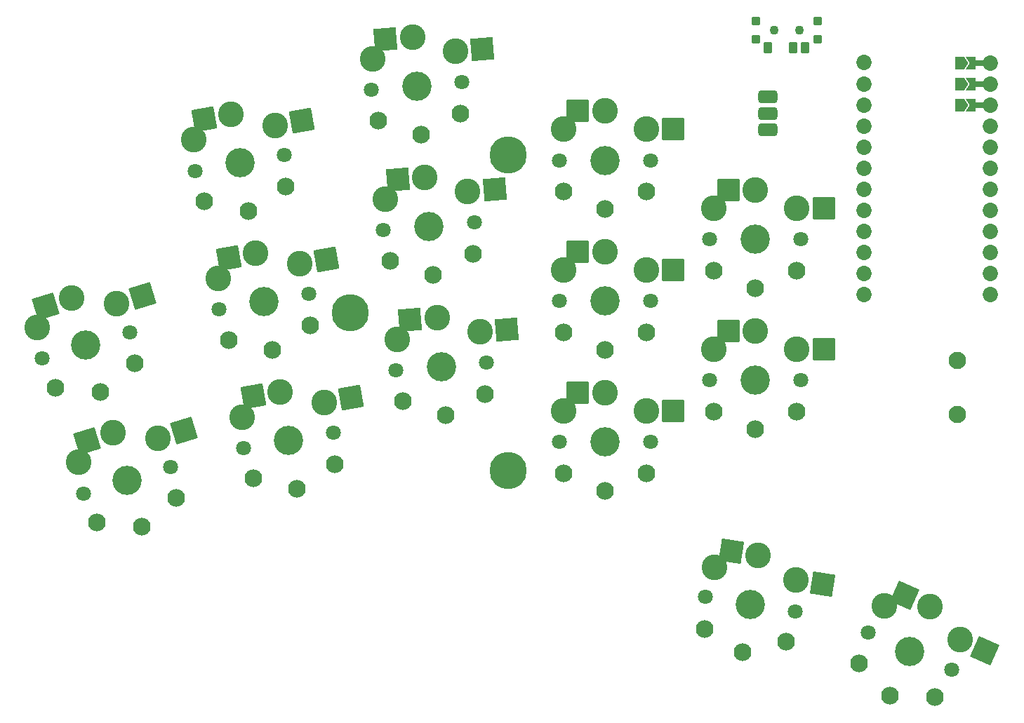
<source format=gbs>
%TF.GenerationSoftware,KiCad,Pcbnew,(6.0.4-0)*%
%TF.CreationDate,2022-07-25T11:54:55+02:00*%
%TF.ProjectId,battoota,62617474-6f6f-4746-912e-6b696361645f,v1.0.0*%
%TF.SameCoordinates,Original*%
%TF.FileFunction,Soldermask,Bot*%
%TF.FilePolarity,Negative*%
%FSLAX46Y46*%
G04 Gerber Fmt 4.6, Leading zero omitted, Abs format (unit mm)*
G04 Created by KiCad (PCBNEW (6.0.4-0)) date 2022-07-25 11:54:55*
%MOMM*%
%LPD*%
G01*
G04 APERTURE LIST*
G04 Aperture macros list*
%AMRoundRect*
0 Rectangle with rounded corners*
0 $1 Rounding radius*
0 $2 $3 $4 $5 $6 $7 $8 $9 X,Y pos of 4 corners*
0 Add a 4 corners polygon primitive as box body*
4,1,4,$2,$3,$4,$5,$6,$7,$8,$9,$2,$3,0*
0 Add four circle primitives for the rounded corners*
1,1,$1+$1,$2,$3*
1,1,$1+$1,$4,$5*
1,1,$1+$1,$6,$7*
1,1,$1+$1,$8,$9*
0 Add four rect primitives between the rounded corners*
20,1,$1+$1,$2,$3,$4,$5,0*
20,1,$1+$1,$4,$5,$6,$7,0*
20,1,$1+$1,$6,$7,$8,$9,0*
20,1,$1+$1,$8,$9,$2,$3,0*%
%AMFreePoly0*
4,1,16,0.685355,0.785355,0.700000,0.750000,0.691603,0.722265,0.210093,0.000000,0.691603,-0.722265,0.699029,-0.759806,0.677735,-0.791603,0.650000,-0.800000,-0.500000,-0.800000,-0.535355,-0.785355,-0.550000,-0.750000,-0.550000,0.750000,-0.535355,0.785355,-0.500000,0.800000,0.650000,0.800000,0.685355,0.785355,0.685355,0.785355,$1*%
%AMFreePoly1*
4,1,16,0.535355,0.785355,0.550000,0.750000,0.550000,-0.750000,0.535355,-0.785355,0.500000,-0.800000,-0.500000,-0.800000,-0.535355,-0.785355,-0.541603,-0.777735,-1.041603,-0.027735,-1.049029,0.009806,-1.041603,0.027735,-0.541603,0.777735,-0.509806,0.799029,-0.500000,0.800000,0.500000,0.800000,0.535355,0.785355,0.535355,0.785355,$1*%
G04 Aperture macros list end*
%ADD10C,2.100000*%
%ADD11C,1.801800*%
%ADD12C,3.100000*%
%ADD13C,3.529000*%
%ADD14RoundRect,0.050000X-1.054507X-1.505993X1.505993X-1.054507X1.054507X1.505993X-1.505993X1.054507X0*%
%ADD15C,2.132000*%
%ADD16RoundRect,0.050000X-1.181751X-1.408356X1.408356X-1.181751X1.181751X1.408356X-1.408356X1.181751X0*%
%ADD17RoundRect,0.050000X-1.300000X-1.300000X1.300000X-1.300000X1.300000X1.300000X-1.300000X1.300000X0*%
%ADD18RoundRect,0.050000X-0.450000X-0.450000X0.450000X-0.450000X0.450000X0.450000X-0.450000X0.450000X0*%
%ADD19C,1.100000*%
%ADD20RoundRect,0.050000X-0.450000X-0.625000X0.450000X-0.625000X0.450000X0.625000X-0.450000X0.625000X0*%
%ADD21RoundRect,0.050000X-1.716367X-0.658851X0.658851X-1.716367X1.716367X0.658851X-0.658851X1.716367X0*%
%ADD22RoundRect,0.425000X-0.750000X0.375000X-0.750000X-0.375000X0.750000X-0.375000X0.750000X0.375000X0*%
%ADD23RoundRect,0.050000X-0.863113X-1.623279X1.623279X-0.863113X0.863113X1.623279X-1.623279X0.863113X0*%
%ADD24RoundRect,0.050000X-1.487360X-1.080630X1.080630X-1.487360X1.487360X1.080630X-1.080630X1.487360X0*%
%ADD25C,1.852600*%
%ADD26FreePoly0,180.000000*%
%ADD27RoundRect,0.050000X-0.762000X0.250000X-0.762000X-0.250000X0.762000X-0.250000X0.762000X0.250000X0*%
%ADD28FreePoly1,180.000000*%
%ADD29C,4.500000*%
G04 APERTURE END LIST*
D10*
%TO.C,B1*%
X157969791Y80873254D03*
X157969791Y74373254D03*
%TD*%
D11*
%TO.C,S11*%
X65970667Y103790002D03*
D12*
X75659968Y109306336D03*
X70353903Y110604673D03*
D13*
X71387110Y104745067D03*
D11*
X76803553Y105700132D03*
D12*
X65811891Y107569854D03*
D14*
X67128657Y110035975D03*
D15*
X67122934Y100134557D03*
X76971012Y101871038D03*
D14*
X78885214Y109875034D03*
D15*
X72411634Y98934701D03*
%TD*%
D12*
%TO.C,S15*%
X88913836Y100414117D03*
X93703066Y103041525D03*
X98875783Y101285675D03*
D13*
X94221643Y97114167D03*
D11*
X99700714Y97593524D03*
X88742572Y96634810D03*
D15*
X89571861Y92892848D03*
D16*
X90440528Y102756090D03*
D15*
X99533808Y93764406D03*
D16*
X102138320Y101571110D03*
D15*
X94735862Y91236618D03*
%TD*%
D12*
%TO.C,S21*%
X120424791Y91827253D03*
D11*
X109924791Y88077254D03*
X120924791Y88077254D03*
D13*
X115424791Y88077254D03*
D12*
X115424791Y94027254D03*
X110424791Y91827253D03*
D17*
X112149790Y94027254D03*
D15*
X120424791Y84277254D03*
X110424791Y84277254D03*
X115424791Y82177254D03*
D17*
X123699791Y91827253D03*
%TD*%
D18*
%TO.C,T2*%
X141068406Y121851838D03*
X133668406Y121851838D03*
X141068406Y119651838D03*
X133668406Y119651838D03*
D19*
X135868406Y120751838D03*
X138868406Y120751838D03*
D20*
X135118406Y118676838D03*
X138118406Y118676838D03*
X139618406Y118676838D03*
%TD*%
D12*
%TO.C,S29*%
X128599495Y99294490D03*
D13*
X133599495Y95544491D03*
D12*
X133599495Y101494491D03*
D11*
X128099495Y95544491D03*
X139099495Y95544491D03*
D12*
X138599495Y99294490D03*
D15*
X128599495Y91744491D03*
X138599495Y91744491D03*
D17*
X130324494Y101494491D03*
D15*
X133599495Y89644491D03*
D17*
X141874495Y99294490D03*
%TD*%
D11*
%TO.C,S33*%
X157238501Y43549992D03*
D12*
X149171536Y51246522D03*
X158306990Y47179155D03*
D11*
X147189501Y48024096D03*
D12*
X154634084Y51222639D03*
D13*
X152214001Y45787044D03*
D21*
X151642222Y52554702D03*
D15*
X155236129Y40281888D03*
X146100674Y44349254D03*
X149814255Y40397126D03*
D21*
X161298852Y45847093D03*
%TD*%
D12*
%TO.C,S7*%
X81564006Y75822872D03*
X76257941Y77121209D03*
D11*
X71874705Y70306538D03*
D12*
X71715929Y74086390D03*
D13*
X77291148Y71261603D03*
D11*
X82707591Y72216668D03*
D15*
X82875050Y68387574D03*
D14*
X73032695Y76552511D03*
D15*
X73026972Y66651093D03*
D14*
X84789252Y76391570D03*
D15*
X78315672Y65451237D03*
%TD*%
D22*
%TO.C,PAD1*%
X135109791Y108738254D03*
X135109791Y110738254D03*
X135109791Y112738254D03*
%TD*%
D12*
%TO.C,S5*%
X56527389Y87777963D03*
D13*
X52842259Y82729963D03*
D12*
X51102647Y88419976D03*
D11*
X47582583Y81121919D03*
D12*
X46964342Y84854246D03*
D11*
X58101935Y84338007D03*
D15*
X58734795Y80557863D03*
D23*
X47970748Y87462459D03*
D15*
X49171748Y77634146D03*
D23*
X59659287Y88735481D03*
D15*
X54567252Y77087765D03*
%TD*%
D12*
%TO.C,S27*%
X133599495Y84494491D03*
D11*
X128099495Y78544491D03*
D12*
X138599495Y82294490D03*
D11*
X139099495Y78544491D03*
D12*
X128599495Y82294490D03*
D13*
X133599495Y78544491D03*
D15*
X138599495Y74744491D03*
D17*
X130324494Y84494491D03*
D15*
X128599495Y74744491D03*
X133599495Y72644491D03*
D17*
X141874495Y82294490D03*
%TD*%
D12*
%TO.C,S9*%
X78611987Y92564604D03*
D11*
X68922686Y87048270D03*
D13*
X74339129Y88003335D03*
D12*
X73305922Y93862941D03*
D11*
X79755572Y88958400D03*
D12*
X68763910Y90828122D03*
D15*
X79923031Y85129306D03*
X70074953Y83392825D03*
D14*
X70080676Y93294243D03*
X81837233Y93133302D03*
D15*
X75363653Y82192969D03*
%TD*%
D12*
%TO.C,S13*%
X90395484Y83478807D03*
X100357431Y84350365D03*
D11*
X101182362Y80658214D03*
D12*
X95184714Y86106215D03*
D11*
X90224220Y79699500D03*
D13*
X95703291Y80178857D03*
D15*
X91053509Y75957538D03*
D16*
X91922176Y85820780D03*
D15*
X101015456Y76829096D03*
X96217510Y74301308D03*
D16*
X103619968Y84635800D03*
%TD*%
D12*
%TO.C,S17*%
X92221419Y119976835D03*
D11*
X98219067Y114528834D03*
D12*
X97394136Y118220985D03*
D11*
X87260925Y113570120D03*
D12*
X87432189Y117349427D03*
D13*
X92739996Y114049477D03*
D16*
X88958881Y119691400D03*
D15*
X98052161Y110699716D03*
X88090214Y109828158D03*
X93254215Y108171928D03*
D16*
X100656673Y118506420D03*
%TD*%
D12*
%TO.C,S31*%
X138500399Y54407457D03*
X128623515Y55971802D03*
D13*
X132975328Y51485799D03*
D11*
X127543042Y52346189D03*
X138407614Y50625409D03*
D12*
X133906113Y57362545D03*
D15*
X137319319Y46950411D03*
X127442435Y48514756D03*
D24*
X130671433Y57874868D03*
X141735078Y53895134D03*
D15*
X132052365Y45658438D03*
%TD*%
D25*
%TO.C,MCU1*%
X161977213Y114302348D03*
D26*
X159643690Y114302348D03*
D25*
X161977213Y111762348D03*
D27*
X160593690Y116842348D03*
D25*
X146737213Y111762348D03*
D27*
X160593690Y114302348D03*
X160593690Y111762348D03*
D26*
X159643690Y111762348D03*
X159643690Y116842348D03*
D25*
X146737213Y116926094D03*
X161977213Y116842348D03*
X146737213Y114302348D03*
D28*
X158193690Y116842348D03*
X158193690Y114302348D03*
X158193690Y111762348D03*
D25*
X146737213Y109222348D03*
X146737213Y106682348D03*
X146737213Y104142348D03*
X146737213Y101602348D03*
X146737213Y99062348D03*
X146737213Y96522348D03*
X146737213Y93982348D03*
X146737213Y91442348D03*
X146737213Y88902348D03*
X161977213Y109222348D03*
X161977213Y106682348D03*
X161977213Y104142348D03*
X161977213Y101602348D03*
X161977213Y99062348D03*
X161977213Y96522348D03*
X161977213Y93982348D03*
X161977213Y91442348D03*
X161977213Y88902348D03*
%TD*%
D11*
%TO.C,S3*%
X52552902Y64864738D03*
X63072254Y68080826D03*
D12*
X56072966Y72162795D03*
X51934661Y68597065D03*
X61497708Y71520782D03*
D13*
X57812578Y66472782D03*
D15*
X54142067Y61376965D03*
D23*
X52941067Y71205278D03*
D15*
X63705114Y64300682D03*
X59537571Y60830584D03*
D23*
X64629606Y72478300D03*
%TD*%
D29*
%TO.C,REF\u002A\u002A*%
X84760924Y86640254D03*
X103810924Y67590254D03*
X103810924Y105690254D03*
%TD*%
D11*
%TO.C,S23*%
X120924791Y105077254D03*
D12*
X110424791Y108827253D03*
X115424791Y111027254D03*
X120424791Y108827253D03*
D13*
X115424791Y105077254D03*
D11*
X109924791Y105077254D03*
D17*
X112149790Y111027254D03*
D15*
X120424791Y101277254D03*
X110424791Y101277254D03*
X115424791Y99177254D03*
D17*
X123699791Y108827253D03*
%TD*%
D12*
%TO.C,S19*%
X120424791Y74827253D03*
D11*
X120924791Y71077254D03*
X109924791Y71077254D03*
D13*
X115424791Y71077254D03*
D12*
X115424791Y77027254D03*
X110424791Y74827253D03*
D17*
X112149790Y77027254D03*
D15*
X110424791Y67277254D03*
X120424791Y67277254D03*
D17*
X123699791Y74827253D03*
D15*
X115424791Y65177254D03*
%TD*%
M02*

</source>
